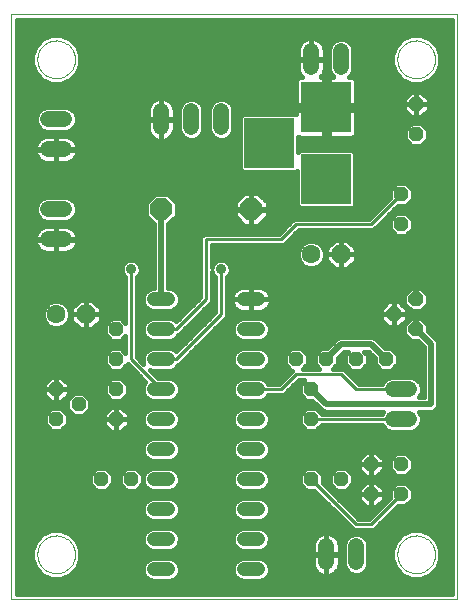
<source format=gbl>
G75*
%MOIN*%
%OFA0B0*%
%FSLAX24Y24*%
%IPPOS*%
%LPD*%
%AMOC8*
5,1,8,0,0,1.08239X$1,22.5*
%
%ADD10C,0.0000*%
%ADD11OC8,0.0750*%
%ADD12C,0.0480*%
%ADD13OC8,0.0500*%
%ADD14OC8,0.0480*%
%ADD15C,0.0540*%
%ADD16OC8,0.0630*%
%ADD17C,0.0630*%
%ADD18R,0.1660X0.1660*%
%ADD19C,0.0100*%
%ADD20C,0.0160*%
%ADD21C,0.0200*%
%ADD22C,0.0360*%
D10*
X000180Y000180D02*
X000180Y019676D01*
X015050Y019676D01*
X015050Y000180D01*
X000180Y000180D01*
X001050Y001680D02*
X001052Y001730D01*
X001058Y001780D01*
X001068Y001829D01*
X001082Y001877D01*
X001099Y001924D01*
X001120Y001969D01*
X001145Y002013D01*
X001173Y002054D01*
X001205Y002093D01*
X001239Y002130D01*
X001276Y002164D01*
X001316Y002194D01*
X001358Y002221D01*
X001402Y002245D01*
X001448Y002266D01*
X001495Y002282D01*
X001543Y002295D01*
X001593Y002304D01*
X001642Y002309D01*
X001693Y002310D01*
X001743Y002307D01*
X001792Y002300D01*
X001841Y002289D01*
X001889Y002274D01*
X001935Y002256D01*
X001980Y002234D01*
X002023Y002208D01*
X002064Y002179D01*
X002103Y002147D01*
X002139Y002112D01*
X002171Y002074D01*
X002201Y002034D01*
X002228Y001991D01*
X002251Y001947D01*
X002270Y001901D01*
X002286Y001853D01*
X002298Y001804D01*
X002306Y001755D01*
X002310Y001705D01*
X002310Y001655D01*
X002306Y001605D01*
X002298Y001556D01*
X002286Y001507D01*
X002270Y001459D01*
X002251Y001413D01*
X002228Y001369D01*
X002201Y001326D01*
X002171Y001286D01*
X002139Y001248D01*
X002103Y001213D01*
X002064Y001181D01*
X002023Y001152D01*
X001980Y001126D01*
X001935Y001104D01*
X001889Y001086D01*
X001841Y001071D01*
X001792Y001060D01*
X001743Y001053D01*
X001693Y001050D01*
X001642Y001051D01*
X001593Y001056D01*
X001543Y001065D01*
X001495Y001078D01*
X001448Y001094D01*
X001402Y001115D01*
X001358Y001139D01*
X001316Y001166D01*
X001276Y001196D01*
X001239Y001230D01*
X001205Y001267D01*
X001173Y001306D01*
X001145Y001347D01*
X001120Y001391D01*
X001099Y001436D01*
X001082Y001483D01*
X001068Y001531D01*
X001058Y001580D01*
X001052Y001630D01*
X001050Y001680D01*
X013050Y001680D02*
X013052Y001730D01*
X013058Y001780D01*
X013068Y001829D01*
X013082Y001877D01*
X013099Y001924D01*
X013120Y001969D01*
X013145Y002013D01*
X013173Y002054D01*
X013205Y002093D01*
X013239Y002130D01*
X013276Y002164D01*
X013316Y002194D01*
X013358Y002221D01*
X013402Y002245D01*
X013448Y002266D01*
X013495Y002282D01*
X013543Y002295D01*
X013593Y002304D01*
X013642Y002309D01*
X013693Y002310D01*
X013743Y002307D01*
X013792Y002300D01*
X013841Y002289D01*
X013889Y002274D01*
X013935Y002256D01*
X013980Y002234D01*
X014023Y002208D01*
X014064Y002179D01*
X014103Y002147D01*
X014139Y002112D01*
X014171Y002074D01*
X014201Y002034D01*
X014228Y001991D01*
X014251Y001947D01*
X014270Y001901D01*
X014286Y001853D01*
X014298Y001804D01*
X014306Y001755D01*
X014310Y001705D01*
X014310Y001655D01*
X014306Y001605D01*
X014298Y001556D01*
X014286Y001507D01*
X014270Y001459D01*
X014251Y001413D01*
X014228Y001369D01*
X014201Y001326D01*
X014171Y001286D01*
X014139Y001248D01*
X014103Y001213D01*
X014064Y001181D01*
X014023Y001152D01*
X013980Y001126D01*
X013935Y001104D01*
X013889Y001086D01*
X013841Y001071D01*
X013792Y001060D01*
X013743Y001053D01*
X013693Y001050D01*
X013642Y001051D01*
X013593Y001056D01*
X013543Y001065D01*
X013495Y001078D01*
X013448Y001094D01*
X013402Y001115D01*
X013358Y001139D01*
X013316Y001166D01*
X013276Y001196D01*
X013239Y001230D01*
X013205Y001267D01*
X013173Y001306D01*
X013145Y001347D01*
X013120Y001391D01*
X013099Y001436D01*
X013082Y001483D01*
X013068Y001531D01*
X013058Y001580D01*
X013052Y001630D01*
X013050Y001680D01*
X013050Y018180D02*
X013052Y018230D01*
X013058Y018280D01*
X013068Y018329D01*
X013082Y018377D01*
X013099Y018424D01*
X013120Y018469D01*
X013145Y018513D01*
X013173Y018554D01*
X013205Y018593D01*
X013239Y018630D01*
X013276Y018664D01*
X013316Y018694D01*
X013358Y018721D01*
X013402Y018745D01*
X013448Y018766D01*
X013495Y018782D01*
X013543Y018795D01*
X013593Y018804D01*
X013642Y018809D01*
X013693Y018810D01*
X013743Y018807D01*
X013792Y018800D01*
X013841Y018789D01*
X013889Y018774D01*
X013935Y018756D01*
X013980Y018734D01*
X014023Y018708D01*
X014064Y018679D01*
X014103Y018647D01*
X014139Y018612D01*
X014171Y018574D01*
X014201Y018534D01*
X014228Y018491D01*
X014251Y018447D01*
X014270Y018401D01*
X014286Y018353D01*
X014298Y018304D01*
X014306Y018255D01*
X014310Y018205D01*
X014310Y018155D01*
X014306Y018105D01*
X014298Y018056D01*
X014286Y018007D01*
X014270Y017959D01*
X014251Y017913D01*
X014228Y017869D01*
X014201Y017826D01*
X014171Y017786D01*
X014139Y017748D01*
X014103Y017713D01*
X014064Y017681D01*
X014023Y017652D01*
X013980Y017626D01*
X013935Y017604D01*
X013889Y017586D01*
X013841Y017571D01*
X013792Y017560D01*
X013743Y017553D01*
X013693Y017550D01*
X013642Y017551D01*
X013593Y017556D01*
X013543Y017565D01*
X013495Y017578D01*
X013448Y017594D01*
X013402Y017615D01*
X013358Y017639D01*
X013316Y017666D01*
X013276Y017696D01*
X013239Y017730D01*
X013205Y017767D01*
X013173Y017806D01*
X013145Y017847D01*
X013120Y017891D01*
X013099Y017936D01*
X013082Y017983D01*
X013068Y018031D01*
X013058Y018080D01*
X013052Y018130D01*
X013050Y018180D01*
X001050Y018180D02*
X001052Y018230D01*
X001058Y018280D01*
X001068Y018329D01*
X001082Y018377D01*
X001099Y018424D01*
X001120Y018469D01*
X001145Y018513D01*
X001173Y018554D01*
X001205Y018593D01*
X001239Y018630D01*
X001276Y018664D01*
X001316Y018694D01*
X001358Y018721D01*
X001402Y018745D01*
X001448Y018766D01*
X001495Y018782D01*
X001543Y018795D01*
X001593Y018804D01*
X001642Y018809D01*
X001693Y018810D01*
X001743Y018807D01*
X001792Y018800D01*
X001841Y018789D01*
X001889Y018774D01*
X001935Y018756D01*
X001980Y018734D01*
X002023Y018708D01*
X002064Y018679D01*
X002103Y018647D01*
X002139Y018612D01*
X002171Y018574D01*
X002201Y018534D01*
X002228Y018491D01*
X002251Y018447D01*
X002270Y018401D01*
X002286Y018353D01*
X002298Y018304D01*
X002306Y018255D01*
X002310Y018205D01*
X002310Y018155D01*
X002306Y018105D01*
X002298Y018056D01*
X002286Y018007D01*
X002270Y017959D01*
X002251Y017913D01*
X002228Y017869D01*
X002201Y017826D01*
X002171Y017786D01*
X002139Y017748D01*
X002103Y017713D01*
X002064Y017681D01*
X002023Y017652D01*
X001980Y017626D01*
X001935Y017604D01*
X001889Y017586D01*
X001841Y017571D01*
X001792Y017560D01*
X001743Y017553D01*
X001693Y017550D01*
X001642Y017551D01*
X001593Y017556D01*
X001543Y017565D01*
X001495Y017578D01*
X001448Y017594D01*
X001402Y017615D01*
X001358Y017639D01*
X001316Y017666D01*
X001276Y017696D01*
X001239Y017730D01*
X001205Y017767D01*
X001173Y017806D01*
X001145Y017847D01*
X001120Y017891D01*
X001099Y017936D01*
X001082Y017983D01*
X001068Y018031D01*
X001058Y018080D01*
X001052Y018130D01*
X001050Y018180D01*
D11*
X005180Y013180D03*
X008180Y013180D03*
D12*
X007940Y010182D02*
X008420Y010182D01*
X008420Y009182D02*
X007940Y009182D01*
X007940Y008182D02*
X008420Y008182D01*
X008420Y007182D02*
X007940Y007182D01*
X007940Y006182D02*
X008420Y006182D01*
X008420Y005182D02*
X007940Y005182D01*
X007940Y004182D02*
X008420Y004182D01*
X008420Y003182D02*
X007940Y003182D01*
X007940Y002182D02*
X008420Y002182D01*
X008420Y001182D02*
X007940Y001182D01*
X005420Y001182D02*
X004940Y001182D01*
X004940Y002182D02*
X005420Y002182D01*
X005420Y003182D02*
X004940Y003182D01*
X004940Y004182D02*
X005420Y004182D01*
X005420Y005182D02*
X004940Y005182D01*
X004940Y006182D02*
X005420Y006182D01*
X005420Y007182D02*
X004940Y007182D01*
X004940Y008182D02*
X005420Y008182D01*
X005420Y009182D02*
X004940Y009182D01*
X004940Y010182D02*
X005420Y010182D01*
D13*
X012930Y009680D03*
X013680Y009180D03*
X013680Y010180D03*
D14*
X012680Y008180D03*
X011680Y008180D03*
X010680Y008180D03*
X010180Y007180D03*
X010180Y006180D03*
X010180Y004180D03*
X011180Y004180D03*
X012180Y003680D03*
X012180Y004680D03*
X013180Y004680D03*
X013180Y003680D03*
X009680Y008180D03*
X013180Y012680D03*
X013180Y013680D03*
X013680Y015680D03*
X013680Y016680D03*
X004180Y004180D03*
X003180Y004180D03*
X003680Y006180D03*
X003680Y007180D03*
X003680Y008180D03*
X003680Y009180D03*
X002430Y006680D03*
X001680Y006180D03*
X001680Y007180D03*
D15*
X001410Y012180D02*
X001950Y012180D01*
X001950Y013180D02*
X001410Y013180D01*
X001410Y015180D02*
X001950Y015180D01*
X001950Y016180D02*
X001410Y016180D01*
X005180Y015910D02*
X005180Y016450D01*
X006180Y016450D02*
X006180Y015910D01*
X007180Y015910D02*
X007180Y016450D01*
X010180Y017910D02*
X010180Y018450D01*
X011180Y018450D02*
X011180Y017910D01*
X012910Y007180D02*
X013450Y007180D01*
X013450Y006180D02*
X012910Y006180D01*
X011680Y001950D02*
X011680Y001410D01*
X010680Y001410D02*
X010680Y001950D01*
D16*
X011180Y011680D03*
X002680Y009680D03*
D17*
X001680Y009680D03*
X010180Y011680D03*
D18*
X010680Y014180D03*
X008780Y015380D03*
X010680Y016580D03*
D19*
X013180Y013680D02*
X012180Y012680D01*
X009680Y012680D01*
X009180Y012180D01*
X006680Y012180D01*
X006680Y010180D01*
X005680Y009180D01*
X005180Y009180D01*
X005180Y009182D01*
X005180Y008182D02*
X005180Y008180D01*
X005680Y008180D01*
X007180Y009680D01*
X007180Y011180D01*
X009680Y007680D02*
X011180Y007680D01*
X011680Y007180D01*
X013180Y007180D01*
X013180Y006180D02*
X010180Y006180D01*
X009180Y007180D02*
X009680Y007680D01*
X009180Y007180D02*
X008180Y007180D01*
X008180Y007182D01*
X010180Y004180D02*
X011680Y002680D01*
X012180Y002680D01*
X013180Y003680D01*
X005180Y007180D02*
X005180Y007182D01*
X005180Y007180D02*
X004180Y008180D01*
X004180Y011180D01*
D20*
X004411Y010958D02*
X004940Y010958D01*
X004940Y010800D02*
X004370Y010800D01*
X004370Y010917D02*
X004451Y010999D01*
X004500Y011116D01*
X004500Y011244D01*
X004451Y011361D01*
X004361Y011451D01*
X004244Y011500D01*
X004116Y011500D01*
X003999Y011451D01*
X003909Y011361D01*
X003860Y011244D01*
X003860Y011116D01*
X003909Y010999D01*
X003990Y010917D01*
X003990Y009407D01*
X003837Y009560D01*
X003523Y009560D01*
X003300Y009337D01*
X003300Y009023D01*
X003523Y008800D01*
X003837Y008800D01*
X003990Y008953D01*
X003990Y008407D01*
X003837Y008560D01*
X003523Y008560D01*
X003300Y008337D01*
X003300Y008023D01*
X003523Y007800D01*
X003837Y007800D01*
X004060Y008023D01*
X004060Y008031D01*
X004101Y007990D01*
X004656Y007435D01*
X004618Y007397D01*
X004560Y007258D01*
X004560Y007106D01*
X004618Y006967D01*
X004725Y006860D01*
X004864Y006802D01*
X005496Y006802D01*
X005635Y006860D01*
X005742Y006967D01*
X005800Y007106D01*
X005800Y007258D01*
X005742Y007397D01*
X005635Y007504D01*
X005496Y007562D01*
X005067Y007562D01*
X004800Y007829D01*
X004864Y007802D01*
X005496Y007802D01*
X005635Y007860D01*
X005742Y007967D01*
X005752Y007990D01*
X005759Y007990D01*
X007259Y009490D01*
X007370Y009601D01*
X007370Y010917D01*
X007451Y010999D01*
X007500Y011116D01*
X007500Y011244D01*
X007451Y011361D01*
X007361Y011451D01*
X007244Y011500D01*
X007116Y011500D01*
X006999Y011451D01*
X006909Y011361D01*
X006870Y011268D01*
X006870Y011990D01*
X009259Y011990D01*
X009759Y012490D01*
X012259Y012490D01*
X013069Y013300D01*
X013337Y013300D01*
X013560Y013523D01*
X013560Y013837D01*
X013337Y014060D01*
X013023Y014060D01*
X012800Y013837D01*
X012800Y013569D01*
X012101Y012870D01*
X009601Y012870D01*
X009490Y012759D01*
X009101Y012370D01*
X006601Y012370D01*
X006490Y012259D01*
X006490Y010259D01*
X005685Y009454D01*
X005635Y009504D01*
X005496Y009562D01*
X004864Y009562D01*
X004725Y009504D01*
X004618Y009397D01*
X004560Y009258D01*
X004560Y009106D01*
X004618Y008967D01*
X004725Y008860D01*
X004864Y008802D01*
X005496Y008802D01*
X005635Y008860D01*
X005742Y008967D01*
X005752Y008990D01*
X005759Y008990D01*
X006759Y009990D01*
X006870Y010101D01*
X006870Y011092D01*
X006909Y010999D01*
X006990Y010917D01*
X006990Y009759D01*
X005685Y008454D01*
X005635Y008504D01*
X005496Y008562D01*
X004864Y008562D01*
X004725Y008504D01*
X004618Y008397D01*
X004560Y008258D01*
X004560Y008106D01*
X004587Y008042D01*
X004370Y008259D01*
X004370Y010917D01*
X004500Y011117D02*
X004940Y011117D01*
X004940Y011275D02*
X004487Y011275D01*
X004379Y011434D02*
X004940Y011434D01*
X004940Y011592D02*
X000360Y011592D01*
X000360Y011434D02*
X003981Y011434D01*
X003873Y011275D02*
X000360Y011275D01*
X000360Y011117D02*
X003860Y011117D01*
X003949Y010958D02*
X000360Y010958D01*
X000360Y010800D02*
X003990Y010800D01*
X003990Y010641D02*
X000360Y010641D01*
X000360Y010483D02*
X003990Y010483D01*
X003990Y010324D02*
X000360Y010324D01*
X000360Y010166D02*
X002465Y010166D01*
X002475Y010175D02*
X002185Y009885D01*
X002185Y009680D01*
X002680Y009680D01*
X003175Y009680D01*
X003175Y009885D01*
X002885Y010175D01*
X002680Y010175D01*
X002680Y009680D01*
X002680Y009680D01*
X002680Y009680D01*
X003175Y009680D01*
X003175Y009475D01*
X002885Y009185D01*
X002680Y009185D01*
X002680Y009680D01*
X002680Y009680D01*
X002680Y009680D01*
X002680Y010175D01*
X002475Y010175D01*
X002680Y010166D02*
X002680Y010166D01*
X002680Y010007D02*
X002680Y010007D01*
X002680Y009849D02*
X002680Y009849D01*
X002680Y009690D02*
X002680Y009690D01*
X002680Y009680D02*
X002185Y009680D01*
X002185Y009475D01*
X002475Y009185D01*
X002680Y009185D01*
X002680Y009680D01*
X002680Y009532D02*
X002680Y009532D01*
X002680Y009373D02*
X002680Y009373D01*
X002680Y009215D02*
X002680Y009215D01*
X002915Y009215D02*
X003300Y009215D01*
X003300Y009056D02*
X000360Y009056D01*
X000360Y008898D02*
X003425Y008898D01*
X003385Y008422D02*
X000360Y008422D01*
X000360Y008264D02*
X003300Y008264D01*
X003300Y008105D02*
X000360Y008105D01*
X000360Y007947D02*
X003376Y007947D01*
X003523Y007560D02*
X003300Y007337D01*
X003300Y007023D01*
X003523Y006800D01*
X003837Y006800D01*
X004060Y007023D01*
X004060Y007337D01*
X003837Y007560D01*
X003523Y007560D01*
X003434Y007471D02*
X001983Y007471D01*
X002100Y007354D02*
X001854Y007600D01*
X001680Y007600D01*
X001680Y007180D01*
X001680Y007180D01*
X002100Y007180D01*
X002100Y007354D01*
X002100Y007313D02*
X003300Y007313D01*
X003300Y007154D02*
X002100Y007154D01*
X002100Y007180D02*
X001680Y007180D01*
X001680Y007180D01*
X001680Y007180D01*
X001260Y007180D01*
X001260Y007354D01*
X001506Y007600D01*
X001680Y007600D01*
X001680Y007180D01*
X001680Y006760D01*
X001854Y006760D01*
X002100Y007006D01*
X002100Y007180D01*
X002089Y006996D02*
X002208Y006996D01*
X002273Y007060D02*
X002050Y006837D01*
X001931Y006837D01*
X002050Y006837D02*
X002050Y006523D01*
X002273Y006300D01*
X002587Y006300D01*
X002810Y006523D01*
X002810Y006837D01*
X003486Y006837D01*
X003327Y006996D02*
X002652Y006996D01*
X002587Y007060D02*
X002810Y006837D01*
X002810Y006679D02*
X010342Y006679D01*
X010337Y006560D02*
X010023Y006560D01*
X009800Y006337D01*
X009800Y006023D01*
X010023Y005800D01*
X010337Y005800D01*
X010527Y005990D01*
X012545Y005990D01*
X012562Y005948D01*
X012678Y005832D01*
X012828Y005770D01*
X013532Y005770D01*
X013682Y005832D01*
X013798Y005948D01*
X013860Y006098D01*
X013860Y006262D01*
X013798Y006412D01*
X013770Y006440D01*
X014228Y006440D01*
X014316Y006477D01*
X014383Y006544D01*
X014420Y006632D01*
X014420Y008728D01*
X014383Y008816D01*
X014316Y008883D01*
X014070Y009129D01*
X014070Y009342D01*
X013842Y009570D01*
X013518Y009570D01*
X013290Y009342D01*
X013290Y009018D01*
X013518Y008790D01*
X013731Y008790D01*
X013940Y008581D01*
X013940Y006920D01*
X013770Y006920D01*
X013798Y006948D01*
X013860Y007098D01*
X013860Y007262D01*
X013798Y007412D01*
X013682Y007528D01*
X013532Y007590D01*
X012828Y007590D01*
X012678Y007528D01*
X012562Y007412D01*
X012545Y007370D01*
X011759Y007370D01*
X011259Y007870D01*
X010907Y007870D01*
X011060Y008023D01*
X011060Y008221D01*
X011279Y008440D01*
X011403Y008440D01*
X011300Y008337D01*
X011300Y008023D01*
X011523Y007800D01*
X011837Y007800D01*
X012060Y008023D01*
X012060Y008337D01*
X011957Y008440D01*
X012081Y008440D01*
X012300Y008221D01*
X012300Y008023D01*
X012523Y007800D01*
X012837Y007800D01*
X013060Y008023D01*
X013060Y008337D01*
X012837Y008560D01*
X012639Y008560D01*
X012316Y008883D01*
X012228Y008920D01*
X011132Y008920D01*
X011044Y008883D01*
X010977Y008816D01*
X010721Y008560D01*
X010523Y008560D01*
X010300Y008337D01*
X010300Y008023D01*
X010453Y007870D01*
X009907Y007870D01*
X010060Y008023D01*
X010060Y008337D01*
X009837Y008560D01*
X009523Y008560D01*
X009300Y008337D01*
X009300Y008023D01*
X009523Y007800D01*
X009531Y007800D01*
X009101Y007370D01*
X008753Y007370D01*
X008742Y007397D01*
X008635Y007504D01*
X008496Y007562D01*
X007864Y007562D01*
X007725Y007504D01*
X007618Y007397D01*
X007560Y007258D01*
X007560Y007106D01*
X007618Y006967D01*
X007725Y006860D01*
X007864Y006802D01*
X008496Y006802D01*
X008635Y006860D01*
X008742Y006967D01*
X008752Y006990D01*
X009259Y006990D01*
X009759Y007490D01*
X009953Y007490D01*
X009800Y007337D01*
X009800Y007023D01*
X010023Y006800D01*
X010221Y006800D01*
X010544Y006477D01*
X010632Y006440D01*
X012590Y006440D01*
X012562Y006412D01*
X012545Y006370D01*
X010527Y006370D01*
X010337Y006560D01*
X010377Y006520D02*
X010501Y006520D01*
X009986Y006837D02*
X008580Y006837D01*
X008496Y006562D02*
X008635Y006504D01*
X008742Y006397D01*
X008800Y006258D01*
X008800Y006106D01*
X008742Y005967D01*
X008635Y005860D01*
X008496Y005802D01*
X007864Y005802D01*
X007725Y005860D01*
X007618Y005967D01*
X007560Y006106D01*
X007560Y006258D01*
X007618Y006397D01*
X007725Y006504D01*
X007864Y006562D01*
X008496Y006562D01*
X008597Y006520D02*
X009983Y006520D01*
X009824Y006362D02*
X008757Y006362D01*
X008800Y006203D02*
X009800Y006203D01*
X009800Y006045D02*
X008774Y006045D01*
X008661Y005886D02*
X009937Y005886D01*
X010423Y005886D02*
X012624Y005886D01*
X012354Y005100D02*
X012180Y005100D01*
X012180Y004680D01*
X012600Y004680D01*
X012600Y004854D01*
X012354Y005100D01*
X012360Y005094D02*
X014870Y005094D01*
X014870Y005252D02*
X008800Y005252D01*
X008800Y005258D02*
X008742Y005397D01*
X008635Y005504D01*
X008496Y005562D01*
X007864Y005562D01*
X007725Y005504D01*
X007618Y005397D01*
X007560Y005258D01*
X007560Y005106D01*
X007618Y004967D01*
X007725Y004860D01*
X007864Y004802D01*
X008496Y004802D01*
X008635Y004860D01*
X008742Y004967D01*
X008800Y005106D01*
X008800Y005258D01*
X008795Y005094D02*
X012000Y005094D01*
X012006Y005100D02*
X011760Y004854D01*
X011760Y004680D01*
X012180Y004680D01*
X012180Y004680D01*
X012180Y004680D01*
X012600Y004680D01*
X012600Y004506D01*
X012354Y004260D01*
X012180Y004260D01*
X012180Y004680D01*
X012180Y004680D01*
X012180Y004680D01*
X012180Y005100D01*
X012006Y005100D01*
X012180Y005094D02*
X012180Y005094D01*
X012180Y004935D02*
X012180Y004935D01*
X012180Y004777D02*
X012180Y004777D01*
X012180Y004680D02*
X011760Y004680D01*
X011760Y004506D01*
X012006Y004260D01*
X012180Y004260D01*
X012180Y004680D01*
X012180Y004618D02*
X012180Y004618D01*
X012180Y004460D02*
X012180Y004460D01*
X012180Y004301D02*
X012180Y004301D01*
X012180Y004100D02*
X012006Y004100D01*
X011760Y003854D01*
X011760Y003680D01*
X012180Y003680D01*
X012600Y003680D01*
X012600Y003854D01*
X012354Y004100D01*
X012180Y004100D01*
X012180Y003680D01*
X012180Y003680D01*
X012180Y003680D01*
X012600Y003680D01*
X012600Y003506D01*
X012354Y003260D01*
X012180Y003260D01*
X012180Y003680D01*
X012180Y003680D01*
X012180Y003680D01*
X012180Y004100D01*
X012180Y003984D02*
X012180Y003984D01*
X012180Y003826D02*
X012180Y003826D01*
X012180Y003680D02*
X011760Y003680D01*
X011760Y003506D01*
X012006Y003260D01*
X012180Y003260D01*
X012180Y003680D01*
X012180Y003667D02*
X012180Y003667D01*
X012180Y003509D02*
X012180Y003509D01*
X012180Y003350D02*
X012180Y003350D01*
X012423Y003192D02*
X011437Y003192D01*
X011279Y003350D02*
X011916Y003350D01*
X011760Y003509D02*
X011120Y003509D01*
X010962Y003667D02*
X011760Y003667D01*
X011760Y003826D02*
X011363Y003826D01*
X011337Y003800D02*
X011560Y004023D01*
X011560Y004337D01*
X011337Y004560D01*
X011023Y004560D01*
X010800Y004337D01*
X010800Y004023D01*
X011023Y003800D01*
X011337Y003800D01*
X011521Y003984D02*
X011890Y003984D01*
X011965Y004301D02*
X011560Y004301D01*
X011560Y004143D02*
X014870Y004143D01*
X014870Y004301D02*
X013338Y004301D01*
X013337Y004300D02*
X013560Y004523D01*
X013560Y004837D01*
X013337Y005060D01*
X013023Y005060D01*
X012800Y004837D01*
X012800Y004523D01*
X013023Y004300D01*
X013337Y004300D01*
X013497Y004460D02*
X014870Y004460D01*
X014870Y004618D02*
X013560Y004618D01*
X013560Y004777D02*
X014870Y004777D01*
X014870Y004935D02*
X013462Y004935D01*
X013022Y004301D02*
X012395Y004301D01*
X012553Y004460D02*
X012863Y004460D01*
X012800Y004618D02*
X012600Y004618D01*
X012600Y004777D02*
X012800Y004777D01*
X012898Y004935D02*
X012519Y004935D01*
X011841Y004935D02*
X008710Y004935D01*
X008496Y004562D02*
X008635Y004504D01*
X008742Y004397D01*
X008800Y004258D01*
X008800Y004106D01*
X008742Y003967D01*
X008635Y003860D01*
X008496Y003802D01*
X007864Y003802D01*
X007725Y003860D01*
X007618Y003967D01*
X007560Y004106D01*
X007560Y004258D01*
X007618Y004397D01*
X007725Y004504D01*
X007864Y004562D01*
X008496Y004562D01*
X008680Y004460D02*
X009922Y004460D01*
X010023Y004560D02*
X009800Y004337D01*
X009800Y004023D01*
X010023Y003800D01*
X010291Y003800D01*
X011601Y002490D01*
X012259Y002490D01*
X012370Y002601D01*
X013069Y003300D01*
X013337Y003300D01*
X013560Y003523D01*
X013560Y003837D01*
X013337Y004060D01*
X013023Y004060D01*
X012800Y003837D01*
X012800Y003569D01*
X012101Y002870D01*
X011759Y002870D01*
X010560Y004069D01*
X010560Y004337D01*
X010337Y004560D01*
X010023Y004560D01*
X009800Y004301D02*
X008782Y004301D01*
X008800Y004143D02*
X009800Y004143D01*
X009839Y003984D02*
X008749Y003984D01*
X008552Y003826D02*
X009997Y003826D01*
X010424Y003667D02*
X000360Y003667D01*
X000360Y003509D02*
X004735Y003509D01*
X004725Y003504D02*
X004618Y003397D01*
X004560Y003258D01*
X004560Y003106D01*
X004618Y002967D01*
X004725Y002860D01*
X004864Y002802D01*
X005496Y002802D01*
X005635Y002860D01*
X005742Y002967D01*
X005800Y003106D01*
X005800Y003258D01*
X005742Y003397D01*
X005635Y003504D01*
X005496Y003562D01*
X004864Y003562D01*
X004725Y003504D01*
X004598Y003350D02*
X000360Y003350D01*
X000360Y003192D02*
X004560Y003192D01*
X004590Y003033D02*
X000360Y003033D01*
X000360Y002875D02*
X004710Y002875D01*
X004854Y002558D02*
X000360Y002558D01*
X000360Y002716D02*
X011375Y002716D01*
X011217Y002875D02*
X008650Y002875D01*
X008635Y002860D02*
X008742Y002967D01*
X008800Y003106D01*
X008800Y003258D01*
X008742Y003397D01*
X008635Y003504D01*
X008496Y003562D01*
X007864Y003562D01*
X007725Y003504D01*
X007618Y003397D01*
X007560Y003258D01*
X007560Y003106D01*
X007618Y002967D01*
X007725Y002860D01*
X007864Y002802D01*
X008496Y002802D01*
X008635Y002860D01*
X008770Y003033D02*
X011058Y003033D01*
X010900Y003192D02*
X008800Y003192D01*
X008762Y003350D02*
X010741Y003350D01*
X010583Y003509D02*
X008625Y003509D01*
X008496Y002562D02*
X007864Y002562D01*
X007725Y002504D01*
X007618Y002397D01*
X007560Y002258D01*
X007560Y002106D01*
X007618Y001967D01*
X007725Y001860D01*
X007864Y001802D01*
X008496Y001802D01*
X008635Y001860D01*
X008742Y001967D01*
X008800Y002106D01*
X008800Y002258D01*
X008742Y002397D01*
X008635Y002504D01*
X008496Y002562D01*
X008506Y002558D02*
X011534Y002558D01*
X011598Y002360D02*
X011448Y002298D01*
X011332Y002182D01*
X011270Y002032D01*
X011270Y001328D01*
X011332Y001178D01*
X011448Y001062D01*
X011598Y001000D01*
X011762Y001000D01*
X011912Y001062D01*
X012028Y001178D01*
X012090Y001328D01*
X012090Y002032D01*
X012028Y002182D01*
X011912Y002298D01*
X011762Y002360D01*
X011598Y002360D01*
X011391Y002241D02*
X011025Y002241D01*
X011023Y002243D02*
X010973Y002293D01*
X010916Y002335D01*
X010853Y002367D01*
X010785Y002389D01*
X010715Y002400D01*
X010690Y002400D01*
X010690Y001690D01*
X010670Y001690D01*
X010670Y002400D01*
X010645Y002400D01*
X010575Y002389D01*
X010507Y002367D01*
X010444Y002335D01*
X010387Y002293D01*
X010337Y002243D01*
X010295Y002186D01*
X010263Y002123D01*
X010241Y002055D01*
X010230Y001985D01*
X010230Y001690D01*
X010670Y001690D01*
X010670Y001670D01*
X010230Y001670D01*
X010230Y001375D01*
X010241Y001305D01*
X010263Y001237D01*
X010295Y001174D01*
X010337Y001117D01*
X010387Y001067D01*
X010444Y001025D01*
X010507Y000993D01*
X010575Y000971D01*
X010645Y000960D01*
X010670Y000960D01*
X010670Y001670D01*
X010690Y001670D01*
X010690Y001690D01*
X011130Y001690D01*
X011130Y001985D01*
X011119Y002055D01*
X011097Y002123D01*
X011065Y002186D01*
X011023Y002243D01*
X011110Y002082D02*
X011291Y002082D01*
X011270Y001924D02*
X011130Y001924D01*
X011130Y001765D02*
X011270Y001765D01*
X011270Y001607D02*
X011130Y001607D01*
X011130Y001670D02*
X010690Y001670D01*
X010690Y000960D01*
X010715Y000960D01*
X010785Y000971D01*
X010853Y000993D01*
X010916Y001025D01*
X010973Y001067D01*
X011023Y001117D01*
X011065Y001174D01*
X011097Y001237D01*
X011119Y001305D01*
X011130Y001375D01*
X011130Y001670D01*
X011130Y001448D02*
X011270Y001448D01*
X011286Y001290D02*
X011114Y001290D01*
X011034Y001131D02*
X011379Y001131D01*
X011981Y001131D02*
X013084Y001131D01*
X012993Y001221D02*
X013221Y000993D01*
X013519Y000870D01*
X013841Y000870D01*
X014139Y000993D01*
X014367Y001221D01*
X014490Y001519D01*
X014490Y001841D01*
X014367Y002139D01*
X014139Y002367D01*
X013841Y002490D01*
X013519Y002490D01*
X013221Y002367D01*
X012993Y002139D01*
X012870Y001841D01*
X012870Y001519D01*
X012993Y001221D01*
X012965Y001290D02*
X012074Y001290D01*
X012090Y001448D02*
X012899Y001448D01*
X012870Y001607D02*
X012090Y001607D01*
X012090Y001765D02*
X012870Y001765D01*
X012904Y001924D02*
X012090Y001924D01*
X012069Y002082D02*
X012970Y002082D01*
X013095Y002241D02*
X011969Y002241D01*
X012326Y002558D02*
X014870Y002558D01*
X014870Y002716D02*
X012485Y002716D01*
X012643Y002875D02*
X014870Y002875D01*
X014870Y003033D02*
X012802Y003033D01*
X012960Y003192D02*
X014870Y003192D01*
X014870Y003350D02*
X013387Y003350D01*
X013546Y003509D02*
X014870Y003509D01*
X014870Y003667D02*
X013560Y003667D01*
X013560Y003826D02*
X014870Y003826D01*
X014870Y003984D02*
X013413Y003984D01*
X012947Y003984D02*
X012470Y003984D01*
X012600Y003826D02*
X012800Y003826D01*
X012800Y003667D02*
X012600Y003667D01*
X012600Y003509D02*
X012740Y003509D01*
X012581Y003350D02*
X012444Y003350D01*
X012264Y003033D02*
X011596Y003033D01*
X011754Y002875D02*
X012106Y002875D01*
X010997Y003826D02*
X010803Y003826D01*
X010839Y003984D02*
X010645Y003984D01*
X010560Y004143D02*
X010800Y004143D01*
X010800Y004301D02*
X010560Y004301D01*
X010438Y004460D02*
X010922Y004460D01*
X011438Y004460D02*
X011807Y004460D01*
X011760Y004618D02*
X000360Y004618D01*
X000360Y004460D02*
X002922Y004460D01*
X003023Y004560D02*
X002800Y004337D01*
X002800Y004023D01*
X003023Y003800D01*
X003337Y003800D01*
X003560Y004023D01*
X003560Y004337D01*
X003337Y004560D01*
X003023Y004560D01*
X002800Y004301D02*
X000360Y004301D01*
X000360Y004143D02*
X002800Y004143D01*
X002839Y003984D02*
X000360Y003984D01*
X000360Y003826D02*
X002997Y003826D01*
X003363Y003826D02*
X003997Y003826D01*
X004023Y003800D02*
X004337Y003800D01*
X004560Y004023D01*
X004560Y004337D01*
X004337Y004560D01*
X004023Y004560D01*
X003800Y004337D01*
X003800Y004023D01*
X004023Y003800D01*
X003839Y003984D02*
X003521Y003984D01*
X003560Y004143D02*
X003800Y004143D01*
X003800Y004301D02*
X003560Y004301D01*
X003438Y004460D02*
X003922Y004460D01*
X004438Y004460D02*
X004680Y004460D01*
X004725Y004504D02*
X004618Y004397D01*
X004560Y004258D01*
X004560Y004106D01*
X004618Y003967D01*
X004725Y003860D01*
X004864Y003802D01*
X005496Y003802D01*
X005635Y003860D01*
X005742Y003967D01*
X005800Y004106D01*
X005800Y004258D01*
X005742Y004397D01*
X005635Y004504D01*
X005496Y004562D01*
X004864Y004562D01*
X004725Y004504D01*
X004578Y004301D02*
X004560Y004301D01*
X004560Y004143D02*
X004560Y004143D01*
X004521Y003984D02*
X004611Y003984D01*
X004808Y003826D02*
X004363Y003826D01*
X004725Y004860D02*
X004864Y004802D01*
X005496Y004802D01*
X005635Y004860D01*
X005742Y004967D01*
X005800Y005106D01*
X005800Y005258D01*
X005742Y005397D01*
X005635Y005504D01*
X005496Y005562D01*
X004864Y005562D01*
X004725Y005504D01*
X004618Y005397D01*
X004560Y005258D01*
X004560Y005106D01*
X004618Y004967D01*
X004725Y004860D01*
X004650Y004935D02*
X000360Y004935D01*
X000360Y004777D02*
X011760Y004777D01*
X010722Y002399D02*
X013299Y002399D01*
X014061Y002399D02*
X014870Y002399D01*
X014870Y002241D02*
X014265Y002241D01*
X014390Y002082D02*
X014870Y002082D01*
X014870Y001924D02*
X014456Y001924D01*
X014490Y001765D02*
X014870Y001765D01*
X014870Y001607D02*
X014490Y001607D01*
X014461Y001448D02*
X014870Y001448D01*
X014870Y001290D02*
X014395Y001290D01*
X014276Y001131D02*
X014870Y001131D01*
X014870Y000973D02*
X014088Y000973D01*
X014870Y000814D02*
X008525Y000814D01*
X008496Y000802D02*
X008635Y000860D01*
X008742Y000967D01*
X008800Y001106D01*
X008800Y001258D01*
X008742Y001397D01*
X008635Y001504D01*
X008496Y001562D01*
X007864Y001562D01*
X007725Y001504D01*
X007618Y001397D01*
X007560Y001258D01*
X007560Y001106D01*
X007618Y000967D01*
X007725Y000860D01*
X007864Y000802D01*
X008496Y000802D01*
X008745Y000973D02*
X010570Y000973D01*
X010670Y000973D02*
X010690Y000973D01*
X010790Y000973D02*
X013272Y000973D01*
X014870Y000656D02*
X000360Y000656D01*
X000360Y000814D02*
X004835Y000814D01*
X004864Y000802D02*
X005496Y000802D01*
X005635Y000860D01*
X005742Y000967D01*
X005800Y001106D01*
X005800Y001258D01*
X005742Y001397D01*
X005635Y001504D01*
X005496Y001562D01*
X004864Y001562D01*
X004725Y001504D01*
X004618Y001397D01*
X004560Y001258D01*
X004560Y001106D01*
X004618Y000967D01*
X004725Y000860D01*
X004864Y000802D01*
X004615Y000973D02*
X002088Y000973D01*
X002139Y000993D02*
X002367Y001221D01*
X002490Y001519D01*
X002490Y001841D01*
X002367Y002139D01*
X002139Y002367D01*
X001841Y002490D01*
X001519Y002490D01*
X001221Y002367D01*
X000993Y002139D01*
X000870Y001841D01*
X000870Y001519D01*
X000993Y001221D01*
X001221Y000993D01*
X001519Y000870D01*
X001841Y000870D01*
X002139Y000993D01*
X002276Y001131D02*
X004560Y001131D01*
X004573Y001290D02*
X002395Y001290D01*
X002461Y001448D02*
X004669Y001448D01*
X004864Y001802D02*
X004725Y001860D01*
X004618Y001967D01*
X004560Y002106D01*
X004560Y002258D01*
X004618Y002397D01*
X004725Y002504D01*
X004864Y002562D01*
X005496Y002562D01*
X005635Y002504D01*
X005742Y002397D01*
X005800Y002258D01*
X005800Y002106D01*
X005742Y001967D01*
X005635Y001860D01*
X005496Y001802D01*
X004864Y001802D01*
X004661Y001924D02*
X002456Y001924D01*
X002490Y001765D02*
X010230Y001765D01*
X010230Y001607D02*
X002490Y001607D01*
X002390Y002082D02*
X004570Y002082D01*
X004560Y002241D02*
X002265Y002241D01*
X002061Y002399D02*
X004620Y002399D01*
X005506Y002558D02*
X007854Y002558D01*
X007620Y002399D02*
X005740Y002399D01*
X005800Y002241D02*
X007560Y002241D01*
X007570Y002082D02*
X005790Y002082D01*
X005699Y001924D02*
X007661Y001924D01*
X007669Y001448D02*
X005691Y001448D01*
X005787Y001290D02*
X007573Y001290D01*
X007560Y001131D02*
X005800Y001131D01*
X005745Y000973D02*
X007615Y000973D01*
X007835Y000814D02*
X005525Y000814D01*
X005650Y002875D02*
X007710Y002875D01*
X007590Y003033D02*
X005770Y003033D01*
X005800Y003192D02*
X007560Y003192D01*
X007598Y003350D02*
X005762Y003350D01*
X005625Y003509D02*
X007735Y003509D01*
X007808Y003826D02*
X005552Y003826D01*
X005749Y003984D02*
X007611Y003984D01*
X007560Y004143D02*
X005800Y004143D01*
X005782Y004301D02*
X007578Y004301D01*
X007680Y004460D02*
X005680Y004460D01*
X005710Y004935D02*
X007650Y004935D01*
X007565Y005094D02*
X005795Y005094D01*
X005800Y005252D02*
X007560Y005252D01*
X007631Y005411D02*
X005729Y005411D01*
X005496Y005802D02*
X005635Y005860D01*
X005742Y005967D01*
X005800Y006106D01*
X005800Y006258D01*
X005742Y006397D01*
X005635Y006504D01*
X005496Y006562D01*
X004864Y006562D01*
X004725Y006504D01*
X004618Y006397D01*
X004560Y006258D01*
X004560Y006106D01*
X004618Y005967D01*
X004725Y005860D01*
X004864Y005802D01*
X005496Y005802D01*
X005661Y005886D02*
X007699Y005886D01*
X007586Y006045D02*
X005774Y006045D01*
X005800Y006203D02*
X007560Y006203D01*
X007603Y006362D02*
X005757Y006362D01*
X005597Y006520D02*
X007763Y006520D01*
X007780Y006837D02*
X005580Y006837D01*
X005754Y006996D02*
X007606Y006996D01*
X007560Y007154D02*
X005800Y007154D01*
X005777Y007313D02*
X007583Y007313D01*
X007692Y007471D02*
X005668Y007471D01*
X005722Y007947D02*
X007638Y007947D01*
X007618Y007967D02*
X007725Y007860D01*
X007864Y007802D01*
X008496Y007802D01*
X008635Y007860D01*
X008742Y007967D01*
X008800Y008106D01*
X008800Y008258D01*
X008742Y008397D01*
X008635Y008504D01*
X008496Y008562D01*
X007864Y008562D01*
X007725Y008504D01*
X007618Y008397D01*
X007560Y008258D01*
X007560Y008106D01*
X007618Y007967D01*
X007561Y008105D02*
X005874Y008105D01*
X006032Y008264D02*
X007562Y008264D01*
X007643Y008422D02*
X006191Y008422D01*
X006349Y008581D02*
X010741Y008581D01*
X010900Y008739D02*
X006508Y008739D01*
X006666Y008898D02*
X007687Y008898D01*
X007725Y008860D02*
X007864Y008802D01*
X008496Y008802D01*
X008635Y008860D01*
X008742Y008967D01*
X008800Y009106D01*
X008800Y009258D01*
X008742Y009397D01*
X008635Y009504D01*
X008496Y009562D01*
X007864Y009562D01*
X007725Y009504D01*
X007618Y009397D01*
X007560Y009258D01*
X007560Y009106D01*
X007618Y008967D01*
X007725Y008860D01*
X007581Y009056D02*
X006825Y009056D01*
X006983Y009215D02*
X007560Y009215D01*
X007608Y009373D02*
X007142Y009373D01*
X007300Y009532D02*
X007791Y009532D01*
X007842Y009772D02*
X007779Y009793D01*
X007720Y009823D01*
X007666Y009862D01*
X007620Y009908D01*
X007581Y009962D01*
X007551Y010021D01*
X007530Y010084D01*
X007520Y010149D01*
X007520Y010182D01*
X008180Y010182D01*
X008180Y010182D01*
X008180Y010602D01*
X007907Y010602D01*
X007842Y010592D01*
X007779Y010571D01*
X007720Y010541D01*
X007666Y010502D01*
X007620Y010456D01*
X007581Y010402D01*
X007551Y010343D01*
X007530Y010280D01*
X007520Y010215D01*
X007520Y010182D01*
X008180Y010182D01*
X008180Y010602D01*
X008453Y010602D01*
X008518Y010592D01*
X008581Y010571D01*
X008640Y010541D01*
X008694Y010502D01*
X008740Y010456D01*
X008779Y010402D01*
X008809Y010343D01*
X008830Y010280D01*
X008840Y010215D01*
X008840Y010182D01*
X008180Y010182D01*
X008180Y010182D01*
X008180Y010182D01*
X008840Y010182D01*
X008840Y010149D01*
X008830Y010084D01*
X008809Y010021D01*
X008779Y009962D01*
X008740Y009908D01*
X008694Y009862D01*
X008640Y009823D01*
X008581Y009793D01*
X008518Y009772D01*
X008453Y009762D01*
X008180Y009762D01*
X008180Y010182D01*
X008180Y010182D01*
X008180Y009762D01*
X007907Y009762D01*
X007842Y009772D01*
X007684Y009849D02*
X007370Y009849D01*
X007370Y010007D02*
X007558Y010007D01*
X007520Y010166D02*
X007370Y010166D01*
X007370Y010324D02*
X007545Y010324D01*
X007647Y010483D02*
X007370Y010483D01*
X007370Y010641D02*
X014870Y010641D01*
X014870Y010483D02*
X013929Y010483D01*
X013842Y010570D02*
X013518Y010570D01*
X013290Y010342D01*
X013290Y010018D01*
X013518Y009790D01*
X013842Y009790D01*
X014070Y010018D01*
X014070Y010342D01*
X013842Y010570D01*
X014070Y010324D02*
X014870Y010324D01*
X014870Y010166D02*
X014070Y010166D01*
X014059Y010007D02*
X014870Y010007D01*
X014870Y009849D02*
X013900Y009849D01*
X013880Y009532D02*
X014870Y009532D01*
X014870Y009690D02*
X013360Y009690D01*
X013360Y009680D02*
X013360Y009858D01*
X013108Y010110D01*
X012930Y010110D01*
X012930Y009680D01*
X012930Y009680D01*
X013360Y009680D01*
X012930Y009680D01*
X012930Y009680D01*
X012930Y009680D01*
X012500Y009680D01*
X012500Y009858D01*
X012752Y010110D01*
X012930Y010110D01*
X012930Y009680D01*
X012930Y009250D01*
X013108Y009250D01*
X013360Y009502D01*
X013360Y009680D01*
X013360Y009532D02*
X013480Y009532D01*
X013321Y009373D02*
X013231Y009373D01*
X013290Y009215D02*
X008800Y009215D01*
X008779Y009056D02*
X013290Y009056D01*
X013411Y008898D02*
X012282Y008898D01*
X012460Y008739D02*
X013782Y008739D01*
X013940Y008581D02*
X012619Y008581D01*
X012975Y008422D02*
X013940Y008422D01*
X013940Y008264D02*
X013060Y008264D01*
X013060Y008105D02*
X013940Y008105D01*
X013940Y007947D02*
X012984Y007947D01*
X012621Y007471D02*
X011658Y007471D01*
X011499Y007630D02*
X013940Y007630D01*
X013940Y007788D02*
X011341Y007788D01*
X011376Y007947D02*
X010984Y007947D01*
X011060Y008105D02*
X011300Y008105D01*
X011300Y008264D02*
X011103Y008264D01*
X011261Y008422D02*
X011385Y008422D01*
X011078Y008898D02*
X008673Y008898D01*
X008717Y008422D02*
X009385Y008422D01*
X009300Y008264D02*
X008798Y008264D01*
X008799Y008105D02*
X009300Y008105D01*
X009376Y007947D02*
X008722Y007947D01*
X008668Y007471D02*
X009202Y007471D01*
X009361Y007630D02*
X004999Y007630D01*
X004841Y007788D02*
X009519Y007788D01*
X009740Y007471D02*
X009934Y007471D01*
X009800Y007313D02*
X009581Y007313D01*
X009423Y007154D02*
X009800Y007154D01*
X009827Y006996D02*
X009264Y006996D01*
X009984Y007947D02*
X010376Y007947D01*
X010300Y008105D02*
X010060Y008105D01*
X010060Y008264D02*
X010300Y008264D01*
X010385Y008422D02*
X009975Y008422D01*
X008752Y009373D02*
X012629Y009373D01*
X012752Y009250D02*
X012500Y009502D01*
X012500Y009680D01*
X012930Y009680D01*
X012930Y009680D01*
X012930Y009250D01*
X012752Y009250D01*
X012930Y009373D02*
X012930Y009373D01*
X012930Y009532D02*
X012930Y009532D01*
X012930Y009690D02*
X012930Y009690D01*
X012930Y009849D02*
X012930Y009849D01*
X012930Y010007D02*
X012930Y010007D01*
X013211Y010007D02*
X013301Y010007D01*
X013290Y010166D02*
X008840Y010166D01*
X008815Y010324D02*
X013290Y010324D01*
X013431Y010483D02*
X008713Y010483D01*
X008802Y010007D02*
X012649Y010007D01*
X012500Y009849D02*
X008676Y009849D01*
X008569Y009532D02*
X012500Y009532D01*
X012500Y009690D02*
X007370Y009690D01*
X006990Y009849D02*
X006617Y009849D01*
X006776Y010007D02*
X006990Y010007D01*
X006990Y010166D02*
X006870Y010166D01*
X006870Y010324D02*
X006990Y010324D01*
X006990Y010483D02*
X006870Y010483D01*
X006870Y010641D02*
X006990Y010641D01*
X006990Y010800D02*
X006870Y010800D01*
X006870Y010958D02*
X006949Y010958D01*
X006873Y011275D02*
X006870Y011275D01*
X006870Y011434D02*
X006981Y011434D01*
X006870Y011592D02*
X009725Y011592D01*
X009725Y011589D02*
X009794Y011422D01*
X009922Y011294D01*
X010089Y011225D01*
X010271Y011225D01*
X010438Y011294D01*
X010566Y011422D01*
X010635Y011589D01*
X010635Y011771D01*
X010566Y011938D01*
X010438Y012066D01*
X010271Y012135D01*
X010089Y012135D01*
X009922Y012066D01*
X009794Y011938D01*
X009725Y011771D01*
X009725Y011589D01*
X009725Y011751D02*
X006870Y011751D01*
X006870Y011909D02*
X009782Y011909D01*
X009927Y012068D02*
X009336Y012068D01*
X009495Y012226D02*
X014870Y012226D01*
X014870Y012068D02*
X011493Y012068D01*
X011385Y012175D02*
X011180Y012175D01*
X011180Y011680D01*
X011675Y011680D01*
X011675Y011885D01*
X011385Y012175D01*
X011180Y012175D02*
X010975Y012175D01*
X010685Y011885D01*
X010685Y011680D01*
X011180Y011680D01*
X011180Y011680D01*
X011180Y011680D01*
X011675Y011680D01*
X011675Y011475D01*
X011385Y011185D01*
X011180Y011185D01*
X011180Y011680D01*
X011180Y011680D01*
X011180Y011680D01*
X011180Y012175D01*
X011180Y012068D02*
X011180Y012068D01*
X011180Y011909D02*
X011180Y011909D01*
X011180Y011751D02*
X011180Y011751D01*
X011180Y011680D02*
X010685Y011680D01*
X010685Y011475D01*
X010975Y011185D01*
X011180Y011185D01*
X011180Y011680D01*
X011180Y011592D02*
X011180Y011592D01*
X011180Y011434D02*
X011180Y011434D01*
X011180Y011275D02*
X011180Y011275D01*
X011475Y011275D02*
X014870Y011275D01*
X014870Y011117D02*
X007500Y011117D01*
X007487Y011275D02*
X009969Y011275D01*
X009790Y011434D02*
X007379Y011434D01*
X007411Y010958D02*
X014870Y010958D01*
X014870Y010800D02*
X007370Y010800D01*
X006490Y010800D02*
X005420Y010800D01*
X005420Y010958D02*
X006490Y010958D01*
X006490Y011117D02*
X005420Y011117D01*
X005420Y011275D02*
X006490Y011275D01*
X006490Y011434D02*
X005420Y011434D01*
X005420Y011592D02*
X006490Y011592D01*
X006490Y011751D02*
X005420Y011751D01*
X005420Y011909D02*
X006490Y011909D01*
X006490Y012068D02*
X005420Y012068D01*
X005420Y012226D02*
X006490Y012226D01*
X005695Y012967D02*
X005420Y012692D01*
X005420Y010562D01*
X005496Y010562D01*
X005635Y010504D01*
X005742Y010397D01*
X005800Y010258D01*
X005800Y010106D01*
X005742Y009967D01*
X005635Y009860D01*
X005496Y009802D01*
X004864Y009802D01*
X004725Y009860D01*
X004618Y009967D01*
X004560Y010106D01*
X004560Y010258D01*
X004618Y010397D01*
X004725Y010504D01*
X004864Y010562D01*
X004940Y010562D01*
X004940Y012692D01*
X004665Y012967D01*
X004665Y013393D01*
X004967Y013695D01*
X005393Y013695D01*
X005695Y013393D01*
X005695Y012967D01*
X005695Y013019D02*
X007625Y013019D01*
X007625Y012950D02*
X007950Y012625D01*
X008170Y012625D01*
X008170Y013170D01*
X008190Y013170D01*
X008190Y013190D01*
X008735Y013190D01*
X008735Y013410D01*
X008410Y013735D01*
X008190Y013735D01*
X008190Y013190D01*
X008170Y013190D01*
X008170Y013735D01*
X007950Y013735D01*
X007625Y013410D01*
X007625Y013190D01*
X008170Y013190D01*
X008170Y013170D01*
X007625Y013170D01*
X007625Y012950D01*
X007715Y012860D02*
X005588Y012860D01*
X005430Y012702D02*
X007874Y012702D01*
X008170Y012702D02*
X008190Y012702D01*
X008190Y012625D02*
X008410Y012625D01*
X008735Y012950D01*
X008735Y013170D01*
X008190Y013170D01*
X008190Y012625D01*
X008170Y012860D02*
X008190Y012860D01*
X008190Y013019D02*
X008170Y013019D01*
X008170Y013177D02*
X005695Y013177D01*
X005695Y013336D02*
X007625Y013336D01*
X007709Y013494D02*
X005594Y013494D01*
X005436Y013653D02*
X007868Y013653D01*
X008170Y013653D02*
X008190Y013653D01*
X008190Y013494D02*
X008170Y013494D01*
X008170Y013336D02*
X008190Y013336D01*
X008190Y013177D02*
X012408Y013177D01*
X012250Y013019D02*
X008735Y013019D01*
X008645Y012860D02*
X009591Y012860D01*
X009433Y012702D02*
X008486Y012702D01*
X008735Y013336D02*
X009710Y013336D01*
X009710Y013292D02*
X009792Y013210D01*
X011568Y013210D01*
X011650Y013292D01*
X011650Y015068D01*
X011568Y015150D01*
X009792Y015150D01*
X009750Y015108D01*
X009750Y015600D01*
X009781Y015582D01*
X009826Y015570D01*
X010600Y015570D01*
X010600Y016500D01*
X010760Y016500D01*
X010760Y016660D01*
X010600Y016660D01*
X010600Y017590D01*
X010496Y017590D01*
X010523Y017617D01*
X010565Y017674D01*
X010597Y017737D01*
X010619Y017805D01*
X010630Y017875D01*
X010630Y018170D01*
X010190Y018170D01*
X010190Y018190D01*
X010170Y018190D01*
X010170Y018900D01*
X010145Y018900D01*
X010075Y018889D01*
X010007Y018867D01*
X009944Y018835D01*
X009887Y018793D01*
X009837Y018743D01*
X009795Y018686D01*
X009763Y018623D01*
X009741Y018555D01*
X009730Y018485D01*
X009730Y018190D01*
X010170Y018190D01*
X010170Y018170D01*
X009730Y018170D01*
X009730Y017875D01*
X009741Y017805D01*
X009763Y017737D01*
X009795Y017674D01*
X009837Y017617D01*
X009864Y017590D01*
X009826Y017590D01*
X009781Y017578D01*
X009740Y017554D01*
X009706Y017520D01*
X009682Y017479D01*
X009670Y017434D01*
X009670Y016660D01*
X010600Y016660D01*
X010600Y016500D01*
X009670Y016500D01*
X009670Y016348D01*
X009668Y016350D01*
X007892Y016350D01*
X007810Y016268D01*
X007810Y014492D01*
X007892Y014410D01*
X009668Y014410D01*
X009710Y014452D01*
X009710Y013292D01*
X009710Y013494D02*
X008651Y013494D01*
X008492Y013653D02*
X009710Y013653D01*
X009710Y013811D02*
X000360Y013811D01*
X000360Y013653D02*
X004924Y013653D01*
X004766Y013494D02*
X002216Y013494D01*
X002182Y013528D02*
X002298Y013412D01*
X002360Y013262D01*
X002360Y013098D01*
X002298Y012948D01*
X002182Y012832D01*
X002032Y012770D01*
X001328Y012770D01*
X001178Y012832D01*
X001062Y012948D01*
X001000Y013098D01*
X001000Y013262D01*
X001062Y013412D01*
X001178Y013528D01*
X001328Y013590D01*
X002032Y013590D01*
X002182Y013528D01*
X002329Y013336D02*
X004665Y013336D01*
X004665Y013177D02*
X002360Y013177D01*
X002327Y013019D02*
X004665Y013019D01*
X004772Y012860D02*
X002210Y012860D01*
X002123Y012597D02*
X002055Y012619D01*
X001985Y012630D01*
X001690Y012630D01*
X001690Y012190D01*
X001670Y012190D01*
X001670Y012630D01*
X001375Y012630D01*
X001305Y012619D01*
X001237Y012597D01*
X001174Y012565D01*
X001117Y012523D01*
X001067Y012473D01*
X001025Y012416D01*
X000993Y012353D01*
X000971Y012285D01*
X000960Y012215D01*
X000960Y012190D01*
X001670Y012190D01*
X001670Y012170D01*
X001690Y012170D01*
X001690Y012190D01*
X002400Y012190D01*
X002400Y012215D01*
X002389Y012285D01*
X002367Y012353D01*
X002335Y012416D01*
X002293Y012473D01*
X002243Y012523D01*
X002186Y012565D01*
X002123Y012597D01*
X002216Y012543D02*
X004940Y012543D01*
X004940Y012385D02*
X002351Y012385D01*
X002398Y012226D02*
X004940Y012226D01*
X004940Y012068D02*
X002387Y012068D01*
X002389Y012075D02*
X002400Y012145D01*
X002400Y012170D01*
X001690Y012170D01*
X001690Y011730D01*
X001985Y011730D01*
X002055Y011741D01*
X002123Y011763D01*
X002186Y011795D01*
X002243Y011837D01*
X002293Y011887D01*
X002335Y011944D01*
X002367Y012007D01*
X002389Y012075D01*
X002309Y011909D02*
X004940Y011909D01*
X004940Y011751D02*
X002084Y011751D01*
X001690Y011751D02*
X001670Y011751D01*
X001670Y011730D02*
X001670Y012170D01*
X000960Y012170D01*
X000960Y012145D01*
X000971Y012075D01*
X000993Y012007D01*
X001025Y011944D01*
X001067Y011887D01*
X001117Y011837D01*
X001174Y011795D01*
X001237Y011763D01*
X001305Y011741D01*
X001375Y011730D01*
X001670Y011730D01*
X001670Y011909D02*
X001690Y011909D01*
X001690Y012068D02*
X001670Y012068D01*
X001670Y012226D02*
X001690Y012226D01*
X001690Y012385D02*
X001670Y012385D01*
X001670Y012543D02*
X001690Y012543D01*
X001144Y012543D02*
X000360Y012543D01*
X000360Y012385D02*
X001009Y012385D01*
X000962Y012226D02*
X000360Y012226D01*
X000360Y012068D02*
X000973Y012068D01*
X001051Y011909D02*
X000360Y011909D01*
X000360Y011751D02*
X001276Y011751D01*
X001150Y012860D02*
X000360Y012860D01*
X000360Y012702D02*
X004930Y012702D01*
X005420Y012543D02*
X009274Y012543D01*
X009116Y012385D02*
X005420Y012385D01*
X005420Y010641D02*
X006490Y010641D01*
X006490Y010483D02*
X005657Y010483D01*
X005772Y010324D02*
X006490Y010324D01*
X006397Y010166D02*
X005800Y010166D01*
X005759Y010007D02*
X006238Y010007D01*
X006080Y009849D02*
X005608Y009849D01*
X005569Y009532D02*
X005763Y009532D01*
X005921Y009690D02*
X004370Y009690D01*
X004370Y009532D02*
X004791Y009532D01*
X004608Y009373D02*
X004370Y009373D01*
X004370Y009215D02*
X004560Y009215D01*
X004581Y009056D02*
X004370Y009056D01*
X004370Y008898D02*
X004687Y008898D01*
X004370Y008739D02*
X005970Y008739D01*
X005812Y008581D02*
X004370Y008581D01*
X004370Y008422D02*
X004643Y008422D01*
X004562Y008264D02*
X004370Y008264D01*
X004524Y008105D02*
X004561Y008105D01*
X004303Y007788D02*
X000360Y007788D01*
X000360Y007630D02*
X004462Y007630D01*
X004620Y007471D02*
X003926Y007471D01*
X004060Y007313D02*
X004583Y007313D01*
X004560Y007154D02*
X004060Y007154D01*
X004033Y006996D02*
X004606Y006996D01*
X004780Y006837D02*
X003874Y006837D01*
X003854Y006600D02*
X003680Y006600D01*
X003680Y006180D01*
X003680Y006180D01*
X004100Y006180D01*
X004100Y006354D01*
X003854Y006600D01*
X003934Y006520D02*
X004763Y006520D01*
X004603Y006362D02*
X004092Y006362D01*
X004100Y006203D02*
X004560Y006203D01*
X004586Y006045D02*
X004100Y006045D01*
X004100Y006006D02*
X004100Y006180D01*
X003680Y006180D01*
X003680Y006180D01*
X003680Y006180D01*
X003260Y006180D01*
X003260Y006354D01*
X003506Y006600D01*
X003680Y006600D01*
X003680Y006180D01*
X003680Y005760D01*
X003854Y005760D01*
X004100Y006006D01*
X003980Y005886D02*
X004699Y005886D01*
X004631Y005411D02*
X000360Y005411D01*
X000360Y005569D02*
X014870Y005569D01*
X014870Y005411D02*
X008729Y005411D01*
X008740Y002399D02*
X010638Y002399D01*
X010670Y002399D02*
X010690Y002399D01*
X010690Y002241D02*
X010670Y002241D01*
X010670Y002082D02*
X010690Y002082D01*
X010690Y001924D02*
X010670Y001924D01*
X010670Y001765D02*
X010690Y001765D01*
X010690Y001607D02*
X010670Y001607D01*
X010670Y001448D02*
X010690Y001448D01*
X010690Y001290D02*
X010670Y001290D01*
X010670Y001131D02*
X010690Y001131D01*
X010326Y001131D02*
X008800Y001131D01*
X008787Y001290D02*
X010246Y001290D01*
X010230Y001448D02*
X008691Y001448D01*
X008699Y001924D02*
X010230Y001924D01*
X010250Y002082D02*
X008790Y002082D01*
X008800Y002241D02*
X010335Y002241D01*
X013736Y005886D02*
X014870Y005886D01*
X014870Y005728D02*
X000360Y005728D01*
X000360Y005886D02*
X001437Y005886D01*
X001523Y005800D02*
X001837Y005800D01*
X002060Y006023D01*
X002060Y006337D01*
X001837Y006560D01*
X001523Y006560D01*
X001300Y006337D01*
X001300Y006023D01*
X001523Y005800D01*
X001300Y006045D02*
X000360Y006045D01*
X000360Y006203D02*
X001300Y006203D01*
X001324Y006362D02*
X000360Y006362D01*
X000360Y006520D02*
X001483Y006520D01*
X001506Y006760D02*
X001260Y007006D01*
X001260Y007180D01*
X001680Y007180D01*
X001680Y007180D01*
X001680Y006760D01*
X001506Y006760D01*
X001429Y006837D02*
X000360Y006837D01*
X000360Y006679D02*
X002050Y006679D01*
X002053Y006520D02*
X001877Y006520D01*
X002036Y006362D02*
X002211Y006362D01*
X002060Y006203D02*
X003260Y006203D01*
X003260Y006180D02*
X003260Y006006D01*
X003506Y005760D01*
X003680Y005760D01*
X003680Y006180D01*
X003680Y006180D01*
X003260Y006180D01*
X003260Y006045D02*
X002060Y006045D01*
X001923Y005886D02*
X003380Y005886D01*
X003680Y005886D02*
X003680Y005886D01*
X003680Y006045D02*
X003680Y006045D01*
X003680Y006203D02*
X003680Y006203D01*
X003680Y006362D02*
X003680Y006362D01*
X003680Y006520D02*
X003680Y006520D01*
X003426Y006520D02*
X002807Y006520D01*
X002649Y006362D02*
X003268Y006362D01*
X002587Y007060D02*
X002273Y007060D01*
X001680Y006996D02*
X001680Y006996D01*
X001680Y007154D02*
X001680Y007154D01*
X001680Y007313D02*
X001680Y007313D01*
X001680Y007471D02*
X001680Y007471D01*
X001377Y007471D02*
X000360Y007471D01*
X000360Y007313D02*
X001260Y007313D01*
X001260Y007154D02*
X000360Y007154D01*
X000360Y006996D02*
X001271Y006996D01*
X001680Y006837D02*
X001680Y006837D01*
X000360Y005252D02*
X004560Y005252D01*
X004565Y005094D02*
X000360Y005094D01*
X000360Y002399D02*
X001299Y002399D01*
X001095Y002241D02*
X000360Y002241D01*
X000360Y002082D02*
X000970Y002082D01*
X000904Y001924D02*
X000360Y001924D01*
X000360Y001765D02*
X000870Y001765D01*
X000870Y001607D02*
X000360Y001607D01*
X000360Y001448D02*
X000899Y001448D01*
X000965Y001290D02*
X000360Y001290D01*
X000360Y001131D02*
X001084Y001131D01*
X001272Y000973D02*
X000360Y000973D01*
X000360Y000497D02*
X014870Y000497D01*
X014870Y000360D02*
X014870Y019496D01*
X000360Y019496D01*
X000360Y000360D01*
X014870Y000360D01*
X014870Y006045D02*
X013838Y006045D01*
X013860Y006203D02*
X014870Y006203D01*
X014870Y006362D02*
X013819Y006362D01*
X013817Y006996D02*
X013940Y006996D01*
X013940Y007154D02*
X013860Y007154D01*
X013839Y007313D02*
X013940Y007313D01*
X013940Y007471D02*
X013739Y007471D01*
X014420Y007471D02*
X014870Y007471D01*
X014870Y007313D02*
X014420Y007313D01*
X014420Y007154D02*
X014870Y007154D01*
X014870Y006996D02*
X014420Y006996D01*
X014420Y006837D02*
X014870Y006837D01*
X014870Y006679D02*
X014420Y006679D01*
X014359Y006520D02*
X014870Y006520D01*
X014870Y007630D02*
X014420Y007630D01*
X014420Y007788D02*
X014870Y007788D01*
X014870Y007947D02*
X014420Y007947D01*
X014420Y008105D02*
X014870Y008105D01*
X014870Y008264D02*
X014420Y008264D01*
X014420Y008422D02*
X014870Y008422D01*
X014870Y008581D02*
X014420Y008581D01*
X014415Y008739D02*
X014870Y008739D01*
X014870Y008898D02*
X014302Y008898D01*
X014143Y009056D02*
X014870Y009056D01*
X014870Y009215D02*
X014070Y009215D01*
X014039Y009373D02*
X014870Y009373D01*
X013460Y009849D02*
X013360Y009849D01*
X012099Y008422D02*
X011975Y008422D01*
X012060Y008264D02*
X012257Y008264D01*
X012300Y008105D02*
X012060Y008105D01*
X011984Y007947D02*
X012376Y007947D01*
X010885Y011275D02*
X010391Y011275D01*
X010570Y011434D02*
X010726Y011434D01*
X010685Y011592D02*
X010635Y011592D01*
X010635Y011751D02*
X010685Y011751D01*
X010709Y011909D02*
X010578Y011909D01*
X010433Y012068D02*
X010867Y012068D01*
X011651Y011909D02*
X014870Y011909D01*
X014870Y011751D02*
X011675Y011751D01*
X011675Y011592D02*
X014870Y011592D01*
X014870Y011434D02*
X011634Y011434D01*
X012312Y012543D02*
X012800Y012543D01*
X012800Y012523D02*
X013023Y012300D01*
X013337Y012300D01*
X013560Y012523D01*
X013560Y012837D01*
X013337Y013060D01*
X013023Y013060D01*
X012800Y012837D01*
X012800Y012523D01*
X012800Y012702D02*
X012470Y012702D01*
X012629Y012860D02*
X012823Y012860D01*
X012787Y013019D02*
X012981Y013019D01*
X012946Y013177D02*
X014870Y013177D01*
X014870Y013019D02*
X013379Y013019D01*
X013537Y012860D02*
X014870Y012860D01*
X014870Y012702D02*
X013560Y012702D01*
X013560Y012543D02*
X014870Y012543D01*
X014870Y012385D02*
X013422Y012385D01*
X012938Y012385D02*
X009653Y012385D01*
X009710Y013970D02*
X000360Y013970D01*
X000360Y014128D02*
X009710Y014128D01*
X009710Y014287D02*
X000360Y014287D01*
X000360Y014445D02*
X007857Y014445D01*
X007810Y014604D02*
X000360Y014604D01*
X000360Y014762D02*
X001240Y014762D01*
X001237Y014763D02*
X001305Y014741D01*
X001375Y014730D01*
X001670Y014730D01*
X001670Y015170D01*
X001690Y015170D01*
X001690Y015190D01*
X001670Y015190D01*
X001670Y015630D01*
X001375Y015630D01*
X001305Y015619D01*
X001237Y015597D01*
X001174Y015565D01*
X001117Y015523D01*
X001067Y015473D01*
X001025Y015416D01*
X000993Y015353D01*
X000971Y015285D01*
X000960Y015215D01*
X000960Y015190D01*
X001670Y015190D01*
X001670Y015170D01*
X000960Y015170D01*
X000960Y015145D01*
X000971Y015075D01*
X000993Y015007D01*
X001025Y014944D01*
X001067Y014887D01*
X001117Y014837D01*
X001174Y014795D01*
X001237Y014763D01*
X001042Y014921D02*
X000360Y014921D01*
X000360Y015079D02*
X000970Y015079D01*
X000964Y015238D02*
X000360Y015238D01*
X000360Y015396D02*
X001015Y015396D01*
X001160Y015555D02*
X000360Y015555D01*
X000360Y015713D02*
X004775Y015713D01*
X004763Y015737D02*
X004795Y015674D01*
X004837Y015617D01*
X004887Y015567D01*
X004944Y015525D01*
X005007Y015493D01*
X005075Y015471D01*
X005145Y015460D01*
X005170Y015460D01*
X005170Y016170D01*
X005190Y016170D01*
X005190Y016190D01*
X005630Y016190D01*
X005630Y016485D01*
X005619Y016555D01*
X005597Y016623D01*
X005565Y016686D01*
X005523Y016743D01*
X005473Y016793D01*
X005416Y016835D01*
X005353Y016867D01*
X005285Y016889D01*
X005215Y016900D01*
X005190Y016900D01*
X005190Y016190D01*
X005170Y016190D01*
X005170Y016900D01*
X005145Y016900D01*
X005075Y016889D01*
X005007Y016867D01*
X004944Y016835D01*
X004887Y016793D01*
X004837Y016743D01*
X004795Y016686D01*
X004763Y016623D01*
X004741Y016555D01*
X004730Y016485D01*
X004730Y016190D01*
X005170Y016190D01*
X005170Y016170D01*
X004730Y016170D01*
X004730Y015875D01*
X004741Y015805D01*
X004763Y015737D01*
X004730Y015872D02*
X002221Y015872D01*
X002182Y015832D02*
X002298Y015948D01*
X002360Y016098D01*
X002360Y016262D01*
X002298Y016412D01*
X002182Y016528D01*
X002032Y016590D01*
X001328Y016590D01*
X001178Y016528D01*
X001062Y016412D01*
X001000Y016262D01*
X001000Y016098D01*
X001062Y015948D01*
X001178Y015832D01*
X001328Y015770D01*
X002032Y015770D01*
X002182Y015832D01*
X002123Y015597D02*
X002055Y015619D01*
X001985Y015630D01*
X001690Y015630D01*
X001690Y015190D01*
X002400Y015190D01*
X002400Y015215D01*
X002389Y015285D01*
X002367Y015353D01*
X002335Y015416D01*
X002293Y015473D01*
X002243Y015523D01*
X002186Y015565D01*
X002123Y015597D01*
X002200Y015555D02*
X004904Y015555D01*
X005170Y015555D02*
X005190Y015555D01*
X005190Y015460D02*
X005215Y015460D01*
X005285Y015471D01*
X005353Y015493D01*
X005416Y015525D01*
X005473Y015567D01*
X005523Y015617D01*
X005565Y015674D01*
X005597Y015737D01*
X005619Y015805D01*
X005630Y015875D01*
X005630Y016170D01*
X005190Y016170D01*
X005190Y015460D01*
X005170Y015713D02*
X005190Y015713D01*
X005190Y015872D02*
X005170Y015872D01*
X005170Y016030D02*
X005190Y016030D01*
X005190Y016189D02*
X005770Y016189D01*
X005770Y016347D02*
X005630Y016347D01*
X005627Y016506D02*
X005770Y016506D01*
X005770Y016532D02*
X005832Y016682D01*
X005948Y016798D01*
X006098Y016860D01*
X006262Y016860D01*
X006412Y016798D01*
X006528Y016682D01*
X006590Y016532D01*
X006590Y015828D01*
X006528Y015678D01*
X006412Y015562D01*
X006262Y015500D01*
X006098Y015500D01*
X005948Y015562D01*
X005832Y015678D01*
X005770Y015828D01*
X005770Y016532D01*
X005825Y016664D02*
X005576Y016664D01*
X005433Y016823D02*
X006008Y016823D01*
X006352Y016823D02*
X007008Y016823D01*
X006948Y016798D02*
X006832Y016682D01*
X006770Y016532D01*
X006770Y015828D01*
X006832Y015678D01*
X006948Y015562D01*
X007098Y015500D01*
X007262Y015500D01*
X007412Y015562D01*
X007528Y015678D01*
X007590Y015828D01*
X007590Y016532D01*
X007528Y016682D01*
X007412Y016798D01*
X007262Y016860D01*
X007098Y016860D01*
X006948Y016798D01*
X006825Y016664D02*
X006535Y016664D01*
X006590Y016506D02*
X006770Y016506D01*
X006770Y016347D02*
X006590Y016347D01*
X006590Y016189D02*
X006770Y016189D01*
X006770Y016030D02*
X006590Y016030D01*
X006590Y015872D02*
X006770Y015872D01*
X006818Y015713D02*
X006542Y015713D01*
X006393Y015555D02*
X006967Y015555D01*
X007393Y015555D02*
X007810Y015555D01*
X007810Y015713D02*
X007542Y015713D01*
X007590Y015872D02*
X007810Y015872D01*
X007810Y016030D02*
X007590Y016030D01*
X007590Y016189D02*
X007810Y016189D01*
X007889Y016347D02*
X007590Y016347D01*
X007590Y016506D02*
X010600Y016506D01*
X010600Y016664D02*
X010760Y016664D01*
X010760Y016660D02*
X010760Y017590D01*
X010920Y017590D01*
X010832Y017678D01*
X010770Y017828D01*
X010770Y018532D01*
X010832Y018682D01*
X010948Y018798D01*
X011098Y018860D01*
X011262Y018860D01*
X011412Y018798D01*
X011528Y018682D01*
X011590Y018532D01*
X011590Y017828D01*
X011528Y017678D01*
X011440Y017590D01*
X011534Y017590D01*
X011579Y017578D01*
X011620Y017554D01*
X011654Y017520D01*
X011678Y017479D01*
X011690Y017434D01*
X011690Y016660D01*
X010760Y016660D01*
X010760Y016506D02*
X013261Y016506D01*
X013260Y016506D02*
X013506Y016260D01*
X013680Y016260D01*
X013854Y016260D01*
X014100Y016506D01*
X014100Y016680D01*
X014100Y016854D01*
X013854Y017100D01*
X013680Y017100D01*
X013680Y016680D01*
X013680Y016680D01*
X014100Y016680D01*
X013680Y016680D01*
X013680Y016680D01*
X013680Y016680D01*
X013260Y016680D01*
X013260Y016854D01*
X013506Y017100D01*
X013680Y017100D01*
X013680Y016680D01*
X013680Y016260D01*
X013680Y016680D01*
X013680Y016680D01*
X013260Y016680D01*
X013260Y016506D01*
X013260Y016664D02*
X011690Y016664D01*
X011690Y016823D02*
X013260Y016823D01*
X013387Y016981D02*
X011690Y016981D01*
X011690Y017140D02*
X014870Y017140D01*
X014870Y017298D02*
X011690Y017298D01*
X011684Y017457D02*
X013310Y017457D01*
X013221Y017493D02*
X013519Y017370D01*
X013841Y017370D01*
X014139Y017493D01*
X014367Y017721D01*
X014490Y018019D01*
X014490Y018341D01*
X014367Y018639D01*
X014139Y018867D01*
X013841Y018990D01*
X013519Y018990D01*
X013221Y018867D01*
X012993Y018639D01*
X012870Y018341D01*
X012870Y018019D01*
X012993Y017721D01*
X013221Y017493D01*
X013100Y017615D02*
X011465Y017615D01*
X011567Y017774D02*
X012972Y017774D01*
X012906Y017932D02*
X011590Y017932D01*
X011590Y018091D02*
X012870Y018091D01*
X012870Y018249D02*
X011590Y018249D01*
X011590Y018408D02*
X012898Y018408D01*
X012963Y018566D02*
X011576Y018566D01*
X011485Y018725D02*
X013079Y018725D01*
X013261Y018883D02*
X010304Y018883D01*
X010285Y018889D02*
X010353Y018867D01*
X010416Y018835D01*
X010473Y018793D01*
X010523Y018743D01*
X010565Y018686D01*
X010597Y018623D01*
X010619Y018555D01*
X010630Y018485D01*
X010630Y018190D01*
X010190Y018190D01*
X010190Y018900D01*
X010215Y018900D01*
X010285Y018889D01*
X010190Y018883D02*
X010170Y018883D01*
X010056Y018883D02*
X002099Y018883D01*
X002139Y018867D02*
X001841Y018990D01*
X001519Y018990D01*
X001221Y018867D01*
X000993Y018639D01*
X000870Y018341D01*
X000870Y018019D01*
X000993Y017721D01*
X001221Y017493D01*
X001519Y017370D01*
X001841Y017370D01*
X002139Y017493D01*
X002367Y017721D01*
X002490Y018019D01*
X002490Y018341D01*
X002367Y018639D01*
X002139Y018867D01*
X002281Y018725D02*
X009823Y018725D01*
X009745Y018566D02*
X002397Y018566D01*
X002462Y018408D02*
X009730Y018408D01*
X009730Y018249D02*
X002490Y018249D01*
X002490Y018091D02*
X009730Y018091D01*
X009730Y017932D02*
X002454Y017932D01*
X002388Y017774D02*
X009751Y017774D01*
X009839Y017615D02*
X002260Y017615D01*
X002050Y017457D02*
X009676Y017457D01*
X009670Y017298D02*
X000360Y017298D01*
X000360Y017140D02*
X009670Y017140D01*
X009670Y016981D02*
X000360Y016981D01*
X000360Y016823D02*
X004927Y016823D01*
X004784Y016664D02*
X000360Y016664D01*
X000360Y016506D02*
X001156Y016506D01*
X001035Y016347D02*
X000360Y016347D01*
X000360Y016189D02*
X001000Y016189D01*
X001028Y016030D02*
X000360Y016030D01*
X000360Y015872D02*
X001139Y015872D01*
X001670Y015555D02*
X001690Y015555D01*
X001690Y015396D02*
X001670Y015396D01*
X001670Y015238D02*
X001690Y015238D01*
X001690Y015170D02*
X002400Y015170D01*
X002400Y015145D01*
X002389Y015075D01*
X002367Y015007D01*
X002335Y014944D01*
X002293Y014887D01*
X002243Y014837D01*
X002186Y014795D01*
X002123Y014763D01*
X002055Y014741D01*
X001985Y014730D01*
X001690Y014730D01*
X001690Y015170D01*
X001690Y015079D02*
X001670Y015079D01*
X001670Y014921D02*
X001690Y014921D01*
X001690Y014762D02*
X001670Y014762D01*
X002120Y014762D02*
X007810Y014762D01*
X007810Y014921D02*
X002318Y014921D01*
X002390Y015079D02*
X007810Y015079D01*
X007810Y015238D02*
X002396Y015238D01*
X002345Y015396D02*
X007810Y015396D01*
X007535Y016664D02*
X009670Y016664D01*
X009670Y016823D02*
X007352Y016823D01*
X005967Y015555D02*
X005456Y015555D01*
X005585Y015713D02*
X005818Y015713D01*
X005770Y015872D02*
X005630Y015872D01*
X005630Y016030D02*
X005770Y016030D01*
X005170Y016189D02*
X002360Y016189D01*
X002332Y016030D02*
X004730Y016030D01*
X004730Y016347D02*
X002325Y016347D01*
X002204Y016506D02*
X004733Y016506D01*
X005170Y016506D02*
X005190Y016506D01*
X005190Y016664D02*
X005170Y016664D01*
X005170Y016823D02*
X005190Y016823D01*
X005170Y016347D02*
X005190Y016347D01*
X001310Y017457D02*
X000360Y017457D01*
X000360Y017615D02*
X001100Y017615D01*
X000972Y017774D02*
X000360Y017774D01*
X000360Y017932D02*
X000906Y017932D01*
X000870Y018091D02*
X000360Y018091D01*
X000360Y018249D02*
X000870Y018249D01*
X000898Y018408D02*
X000360Y018408D01*
X000360Y018566D02*
X000963Y018566D01*
X001079Y018725D02*
X000360Y018725D01*
X000360Y018883D02*
X001261Y018883D01*
X000360Y019042D02*
X014870Y019042D01*
X014870Y019200D02*
X000360Y019200D01*
X000360Y019359D02*
X014870Y019359D01*
X014870Y018883D02*
X014099Y018883D01*
X014281Y018725D02*
X014870Y018725D01*
X014870Y018566D02*
X014397Y018566D01*
X014462Y018408D02*
X014870Y018408D01*
X014870Y018249D02*
X014490Y018249D01*
X014490Y018091D02*
X014870Y018091D01*
X014870Y017932D02*
X014454Y017932D01*
X014388Y017774D02*
X014870Y017774D01*
X014870Y017615D02*
X014260Y017615D01*
X014050Y017457D02*
X014870Y017457D01*
X014870Y016981D02*
X013973Y016981D01*
X014100Y016823D02*
X014870Y016823D01*
X014870Y016664D02*
X014100Y016664D01*
X014099Y016506D02*
X014870Y016506D01*
X014870Y016347D02*
X013941Y016347D01*
X013680Y016347D02*
X013680Y016347D01*
X013680Y016506D02*
X013680Y016506D01*
X013680Y016664D02*
X013680Y016664D01*
X013680Y016823D02*
X013680Y016823D01*
X013680Y016981D02*
X013680Y016981D01*
X013419Y016347D02*
X011690Y016347D01*
X011690Y016500D02*
X010760Y016500D01*
X010760Y015570D01*
X011534Y015570D01*
X011579Y015582D01*
X011620Y015606D01*
X011654Y015640D01*
X011678Y015681D01*
X011690Y015726D01*
X011690Y016500D01*
X011690Y016189D02*
X014870Y016189D01*
X014870Y016030D02*
X013867Y016030D01*
X013837Y016060D02*
X013523Y016060D01*
X013300Y015837D01*
X013300Y015523D01*
X013523Y015300D01*
X013837Y015300D01*
X014060Y015523D01*
X014060Y015837D01*
X013837Y016060D01*
X014026Y015872D02*
X014870Y015872D01*
X014870Y015713D02*
X014060Y015713D01*
X014060Y015555D02*
X014870Y015555D01*
X014870Y015396D02*
X013933Y015396D01*
X013427Y015396D02*
X009750Y015396D01*
X009750Y015238D02*
X014870Y015238D01*
X014870Y015079D02*
X011639Y015079D01*
X011650Y014921D02*
X014870Y014921D01*
X014870Y014762D02*
X011650Y014762D01*
X011650Y014604D02*
X014870Y014604D01*
X014870Y014445D02*
X011650Y014445D01*
X011650Y014287D02*
X014870Y014287D01*
X014870Y014128D02*
X011650Y014128D01*
X011650Y013970D02*
X012932Y013970D01*
X012800Y013811D02*
X011650Y013811D01*
X011650Y013653D02*
X012800Y013653D01*
X012725Y013494D02*
X011650Y013494D01*
X011650Y013336D02*
X012567Y013336D01*
X013373Y013336D02*
X014870Y013336D01*
X014870Y013494D02*
X013531Y013494D01*
X013560Y013653D02*
X014870Y013653D01*
X014870Y013811D02*
X013560Y013811D01*
X013428Y013970D02*
X014870Y013970D01*
X013300Y015555D02*
X009750Y015555D01*
X010600Y015713D02*
X010760Y015713D01*
X010760Y015872D02*
X010600Y015872D01*
X010600Y016030D02*
X010760Y016030D01*
X010760Y016189D02*
X010600Y016189D01*
X010600Y016347D02*
X010760Y016347D01*
X010760Y016823D02*
X010600Y016823D01*
X010600Y016981D02*
X010760Y016981D01*
X010760Y017140D02*
X010600Y017140D01*
X010600Y017298D02*
X010760Y017298D01*
X010760Y017457D02*
X010600Y017457D01*
X010521Y017615D02*
X010895Y017615D01*
X010793Y017774D02*
X010609Y017774D01*
X010630Y017932D02*
X010770Y017932D01*
X010770Y018091D02*
X010630Y018091D01*
X010630Y018249D02*
X010770Y018249D01*
X010770Y018408D02*
X010630Y018408D01*
X010615Y018566D02*
X010784Y018566D01*
X010875Y018725D02*
X010537Y018725D01*
X010190Y018725D02*
X010170Y018725D01*
X010170Y018566D02*
X010190Y018566D01*
X010190Y018408D02*
X010170Y018408D01*
X010170Y018249D02*
X010190Y018249D01*
X011690Y016030D02*
X013493Y016030D01*
X013334Y015872D02*
X011690Y015872D01*
X011686Y015713D02*
X013300Y015713D01*
X009710Y014445D02*
X009703Y014445D01*
X008180Y010483D02*
X008180Y010483D01*
X008180Y010324D02*
X008180Y010324D01*
X008180Y010166D02*
X008180Y010166D01*
X008180Y010007D02*
X008180Y010007D01*
X008180Y009849D02*
X008180Y009849D01*
X006921Y009690D02*
X006459Y009690D01*
X006300Y009532D02*
X006763Y009532D01*
X006604Y009373D02*
X006142Y009373D01*
X005983Y009215D02*
X006446Y009215D01*
X006287Y009056D02*
X005825Y009056D01*
X005673Y008898D02*
X006129Y008898D01*
X004752Y009849D02*
X004370Y009849D01*
X004370Y010007D02*
X004601Y010007D01*
X004560Y010166D02*
X004370Y010166D01*
X004370Y010324D02*
X004588Y010324D01*
X004703Y010483D02*
X004370Y010483D01*
X004370Y010641D02*
X004940Y010641D01*
X003990Y010166D02*
X002895Y010166D01*
X003053Y010007D02*
X003990Y010007D01*
X003990Y009849D02*
X003175Y009849D01*
X003175Y009690D02*
X003990Y009690D01*
X003990Y009532D02*
X003866Y009532D01*
X003494Y009532D02*
X003175Y009532D01*
X003073Y009373D02*
X003336Y009373D01*
X003935Y008898D02*
X003990Y008898D01*
X003990Y008739D02*
X000360Y008739D01*
X000360Y008581D02*
X003990Y008581D01*
X003975Y008422D02*
X003990Y008422D01*
X003984Y007947D02*
X004145Y007947D01*
X002445Y009215D02*
X000360Y009215D01*
X000360Y009373D02*
X001344Y009373D01*
X001294Y009422D02*
X001422Y009294D01*
X001589Y009225D01*
X001771Y009225D01*
X001938Y009294D01*
X002066Y009422D01*
X002135Y009589D01*
X002135Y009771D01*
X002066Y009938D01*
X001938Y010066D01*
X001771Y010135D01*
X001589Y010135D01*
X001422Y010066D01*
X001294Y009938D01*
X001225Y009771D01*
X001225Y009589D01*
X001294Y009422D01*
X001249Y009532D02*
X000360Y009532D01*
X000360Y009690D02*
X001225Y009690D01*
X001257Y009849D02*
X000360Y009849D01*
X000360Y010007D02*
X001364Y010007D01*
X001996Y010007D02*
X002307Y010007D01*
X002185Y009849D02*
X002103Y009849D01*
X002135Y009690D02*
X002185Y009690D01*
X002185Y009532D02*
X002111Y009532D01*
X002016Y009373D02*
X002287Y009373D01*
X001033Y013019D02*
X000360Y013019D01*
X000360Y013177D02*
X001000Y013177D01*
X001031Y013336D02*
X000360Y013336D01*
X000360Y013494D02*
X001144Y013494D01*
D21*
X005180Y013180D02*
X005180Y010182D01*
X005180Y010180D01*
X010180Y007180D02*
X010680Y006680D01*
X014180Y006680D01*
X014180Y008680D01*
X013680Y009180D01*
X012680Y008180D02*
X012180Y008680D01*
X011180Y008680D01*
X010680Y008180D01*
D22*
X007180Y011180D03*
X004180Y011180D03*
M02*

</source>
